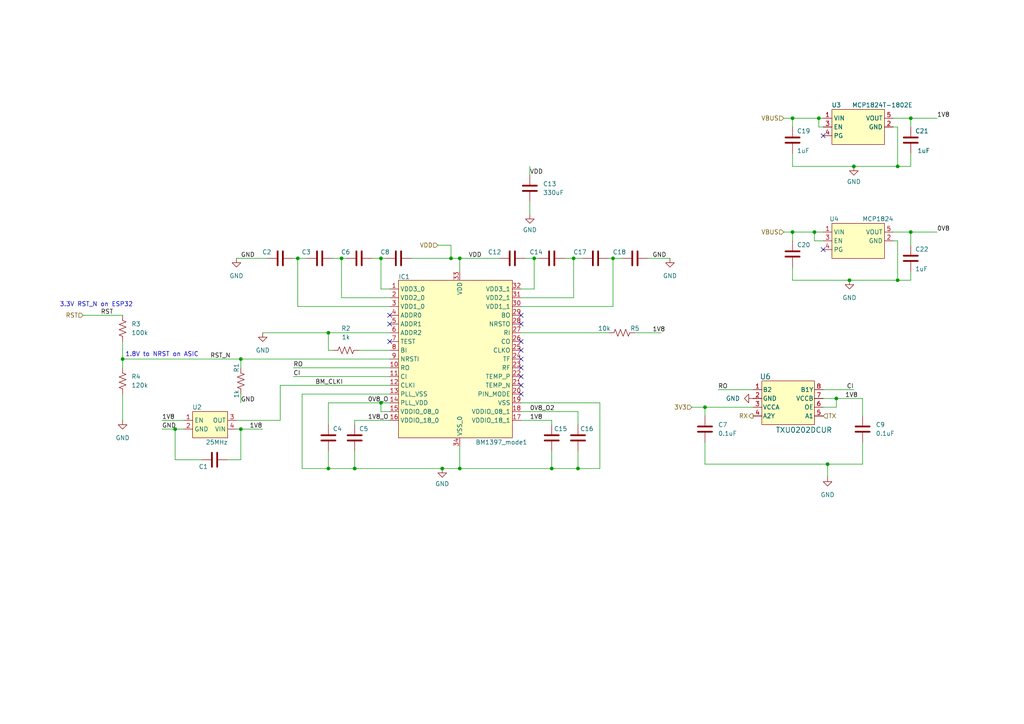
<source format=kicad_sch>
(kicad_sch (version 20231120) (generator "eeschema") (generator_version "8.0")
  (paper "A4")
  (title_block (title "NerdNOS") (date "2024-04-05") (rev "1"))
  (lib_symbols
    (symbol "Device:C" (pin_numbers hide) (pin_names (offset 0.254))
      (property "Reference" "C" (at 0.635 2.54 0))
      (property "Value" "C" (at 0.635 -2.54 0))
      (symbol "C_0_1"
        (polyline (pts (xy -2.032 -0.762) (xy 2.032 -0.762)) (stroke (width 0.508)))
        (polyline (pts (xy -2.032 0.762) (xy 2.032 0.762)) (stroke (width 0.508)))
      )
      (symbol "C_1_1"
        (pin passive line (at 0 3.81 270) (length 2.794) (name "~") (number "1"))
        (pin passive line (at 0 -3.81 90) (length 2.794) (name "~") (number "2"))
      )
    )
    (symbol "Device:R_US" (pin_numbers hide) (pin_names (offset 0))
      (property "Reference" "R" (at 2.54 0 90))
      (property "Value" "R_US" (at -2.54 0 90))
      (symbol "R_US_0_1"
        (polyline (pts (xy 0 -2.286) (xy 0 -2.54)))
        (polyline (pts (xy 0 2.286) (xy 0 2.54)))
        (polyline (pts (xy 0 -0.762) (xy 1.016 -1.143) (xy 0 -1.524) (xy -1.016 -1.905) (xy 0 -2.286)))
        (polyline (pts (xy 0 0.762) (xy 1.016 0.381) (xy 0 0) (xy -1.016 -0.381) (xy 0 -0.762)))
        (polyline (pts (xy 0 2.286) (xy 1.016 1.905) (xy 0 1.524) (xy -1.016 1.143) (xy 0 0.762)))
      )
      (symbol "R_US_1_1"
        (pin passive line (at 0 3.81 270) (length 1.27) (name "~") (number "1"))
        (pin passive line (at 0 -3.81 90) (length 1.27) (name "~") (number "2"))
      )
    )
    (symbol "GND_1" (power) (pin_numbers hide) (pin_names (offset 0) hide)
      (property "Value" "GND" (at 0 -3.81 0))
      (symbol "GND_1_0_1"
        (polyline (pts (xy 0 0) (xy 0 -1.27) (xy 1.27 -1.27) (xy 0 -2.54) (xy -1.27 -1.27) (xy 0 -1.27)))
      )
      (symbol "GND_1_1_1"
        (pin power_in line (at 0 0 270) (length 0) (name "~") (number "1"))
      )
    )
    (symbol "GND_2" (power) (pin_numbers hide) (pin_names (offset 0) hide)
      (property "Value" "GND" (at 0 -3.81 0))
      (symbol "GND_2_0_1"
        (polyline (pts (xy 0 0) (xy 0 -1.27) (xy 1.27 -1.27) (xy 0 -2.54) (xy -1.27 -1.27) (xy 0 -1.27)))
      )
      (symbol "GND_2_1_1"
        (pin power_in line (at 0 0 270) (length 0) (name "~") (number "1"))
      )
    )
    (symbol "GND_3" (power) (pin_numbers hide) (pin_names (offset 0) hide)
      (property "Value" "GND" (at 0 -3.81 0))
      (symbol "GND_3_0_1"
        (polyline (pts (xy 0 0) (xy 0 -1.27) (xy 1.27 -1.27) (xy 0 -2.54) (xy -1.27 -1.27) (xy 0 -1.27)))
      )
      (symbol "GND_3_1_1"
        (pin power_in line (at 0 0 270) (length 0) (name "~") (number "1"))
      )
    )
    (symbol "GND_4" (power) (pin_numbers hide) (pin_names (offset 0) hide)
      (property "Value" "GND" (at 0 -3.81 0))
      (symbol "GND_4_0_1"
        (polyline (pts (xy 0 0) (xy 0 -1.27) (xy 1.27 -1.27) (xy 0 -2.54) (xy -1.27 -1.27) (xy 0 -1.27)))
      )
      (symbol "GND_4_1_1"
        (pin power_in line (at 0 0 270) (length 0) (name "~") (number "1"))
      )
    )
    (symbol "GND_5" (power) (pin_numbers hide) (pin_names (offset 0) hide)
      (property "Value" "GND" (at 0 -3.81 0))
      (symbol "GND_5_0_1"
        (polyline (pts (xy 0 0) (xy 0 -1.27) (xy 1.27 -1.27) (xy 0 -2.54) (xy -1.27 -1.27) (xy 0 -1.27)))
      )
      (symbol "GND_5_1_1"
        (pin power_in line (at 0 0 270) (length 0) (name "~") (number "1"))
      )
    )
    (symbol "GND_6" (power) (pin_numbers hide) (pin_names (offset 0) hide)
      (property "Value" "GND" (at 0 -3.81 0))
      (symbol "GND_6_0_1"
        (polyline (pts (xy 0 0) (xy 0 -1.27) (xy 1.27 -1.27) (xy 0 -2.54) (xy -1.27 -1.27) (xy 0 -1.27)))
      )
      (symbol "GND_6_1_1"
        (pin power_in line (at 0 0 270) (length 0) (name "~") (number "1"))
      )
    )
    (symbol "bitaxe:BM1397_mode1"
      (property "Reference" "IC" (at -17.78 17.78 0))
      (property "Value" "BM1397_mode1" (at -17.78 -30.48 0))
      (symbol "BM1397_mode1_1_0"
        (pin bidirectional line (at -20.32 15.24 0) (length 2.54) (name "VDD3_0") (number "1"))
        (pin bidirectional line (at -20.32 -7.62 0) (length 2.54) (name "RO") (number "10"))
        (pin bidirectional line (at -20.32 -10.16 0) (length 2.54) (name "CI") (number "11"))
        (pin bidirectional line (at -20.32 -12.7 0) (length 2.54) (name "CLKI") (number "12"))
        (pin bidirectional line (at -20.32 -15.24 0) (length 2.54) (name "PLL_VSS") (number "13"))
        (pin bidirectional line (at -20.32 -17.78 0) (length 2.54) (name "PLL_VDD") (number "14"))
        (pin bidirectional line (at -20.32 -20.32 0) (length 2.54) (name "VDDIO_08_0") (number "15"))
        (pin bidirectional line (at -20.32 -22.86 0) (length 2.54) (name "VDDIO_18_0") (number "16"))
        (pin bidirectional line (at 17.78 -22.86 180) (length 2.54) (name "VDDIO_18_1") (number "17"))
        (pin bidirectional line (at 17.78 -20.32 180) (length 2.54) (name "VDDIO_08_1") (number "18"))
        (pin bidirectional line (at 17.78 -17.78 180) (length 2.54) (name "VSS") (number "19"))
        (pin bidirectional line (at -20.32 12.7 0) (length 2.54) (name "VDD2_0") (number "2"))
        (pin bidirectional line (at 17.78 -15.24 180) (length 2.54) (name "PIN_MODE") (number "20"))
        (pin bidirectional line (at 17.78 -12.7 180) (length 2.54) (name "TEMP_N") (number "21"))
        (pin bidirectional line (at 17.78 -10.16 180) (length 2.54) (name "TEMP_P") (number "22"))
        (pin bidirectional line (at 17.78 -7.62 180) (length 2.54) (name "RF") (number "23"))
        (pin bidirectional line (at 17.78 -5.08 180) (length 2.54) (name "TF") (number "24"))
        (pin bidirectional line (at 17.78 -2.54 180) (length 2.54) (name "CLKO") (number "25"))
        (pin bidirectional line (at 17.78 0 180) (length 2.54) (name "CO") (number "26"))
        (pin bidirectional line (at 17.78 2.54 180) (length 2.54) (name "RI") (number "27"))
        (pin bidirectional line (at 17.78 5.08 180) (length 2.54) (name "NRSTO") (number "28"))
        (pin bidirectional line (at 17.78 7.62 180) (length 2.54) (name "BO") (number "29"))
        (pin bidirectional line (at -20.32 10.16 0) (length 2.54) (name "VDD1_0") (number "3"))
        (pin bidirectional line (at 17.78 10.16 180) (length 2.54) (name "VDD1_1") (number "30"))
        (pin bidirectional line (at 17.78 12.7 180) (length 2.54) (name "VDD2_1") (number "31"))
        (pin bidirectional line (at 17.78 15.24 180) (length 2.54) (name "VDD3_1") (number "32"))
        (pin bidirectional line (at 0 20.32 270) (length 2.54) (name "VDD") (number "33"))
        (pin bidirectional line (at 0 -30.48 90) (length 2.54) (name "VSS_0") (number "34"))
        (pin bidirectional line (at -20.32 7.62 0) (length 2.54) (name "ADDR0") (number "4"))
        (pin bidirectional line (at -20.32 5.08 0) (length 2.54) (name "ADDR1") (number "5"))
        (pin bidirectional line (at -20.32 2.54 0) (length 2.54) (name "ADDR2") (number "6"))
        (pin bidirectional line (at -20.32 0 0) (length 2.54) (name "TEST") (number "7"))
        (pin bidirectional line (at -20.32 -2.54 0) (length 2.54) (name "BI") (number "8"))
        (pin bidirectional line (at -20.32 -5.08 0) (length 2.54) (name "NRSTI") (number "9"))
      )
      (symbol "BM1397_mode1_1_1"
        (rectangle (start -17.78 17.78) (end 15.24 -27.94) (stroke (width 0.1524)) (fill (type background)))
      )
    )
    (symbol "bitaxe:MCP1824"
      (property "Reference" "U" (at -7.62 5.08 0))
      (property "Value" "MCP1824" (at 5.08 5.08 0))
      (symbol "MCP1824_0_1"
        (rectangle (start -7.62 3.81) (end 7.62 -6.35) (stroke (width 0.1524)) (fill (type background)))
      )
      (symbol "MCP1824_1_0"
        (pin bidirectional line (at -10.16 1.27 0) (length 2.54) (name "VIN") (number "1"))
        (pin bidirectional line (at 10.16 -1.27 180) (length 2.54) (name "GND") (number "2"))
        (pin bidirectional line (at -10.16 -1.27 0) (length 2.54) (name "EN") (number "3"))
        (pin bidirectional line (at -10.16 -3.81 0) (length 2.54) (name "PG") (number "4"))
        (pin power_out line (at 10.16 1.27 180) (length 2.54) (name "VOUT") (number "5"))
      )
    )
    (symbol "bitaxe:TXU0202DCUR" (pin_names (offset 0.254))
      (property "Reference" "U6" (at -6.604 7.62 0))
      (property "Value" "TXU0202DCUR" (at 7.62 -8.128 0))
      (symbol "TXU0202DCUR_0_1"
        (pin power_out line (at -10.16 1.27 0) (length 2.54) (name "GND") (number "2"))
        (pin power_in line (at -10.16 -1.27 0) (length 2.54) (name "VCCA") (number "3"))
        (pin output line (at -10.16 -3.81 0) (length 2.54) (name "A2Y") (number "4"))
        (pin input line (at 10.16 -3.81 180) (length 2.54) (name "A1") (number "5"))
        (pin input line (at 10.16 -1.27 180) (length 2.54) (name "OE") (number "6"))
        (pin power_in line (at 10.16 1.27 180) (length 2.54) (name "VCCB") (number "7"))
        (pin output line (at 10.16 3.81 180) (length 2.54) (name "B1Y") (number "8"))
      )
      (symbol "TXU0202DCUR_1_1"
        (rectangle (start -7.62 6.35) (end 7.62 -6.35) (fill (type background)))
        (pin input line (at -10.16 3.81 0) (length 2.54) (name "B2") (number "1"))
      )
    )
    (symbol "bitaxe:oscillator"
      (property "Reference" "U" (at -3.81 5.08 0))
      (property "Value" "oscillator" (at 0 -5.08 0))
      (symbol "oscillator_0_1"
        (rectangle (start -5.08 3.81) (end 5.08 -3.81) (stroke (width 0.1524)) (fill (type background)))
      )
      (symbol "oscillator_1_0"
        (pin input line (at -7.62 1.27 0) (length 2.54) (name "EN") (number "1"))
        (pin bidirectional line (at -7.62 -1.27 0) (length 2.54) (name "GND") (number "2"))
        (pin bidirectional line (at 7.62 1.27 180) (length 2.54) (name "OUT") (number "3"))
        (pin power_in line (at 7.62 -1.27 180) (length 2.54) (name "VIN") (number "4"))
      )
    )
    (symbol "power:GND" (power) (pin_names (offset 0))
      (property "Value" "GND" (at 0 -3.81 0))
      (symbol "GND_0_1"
        (polyline (pts (xy 0 0) (xy 0 -1.27) (xy 1.27 -1.27) (xy 0 -2.54) (xy -1.27 -1.27) (xy 0 -1.27)))
      )
      (symbol "GND_1_1"
        (pin power_in line (at 0 0 270) (length 0) hide (name "GND") (number "1"))
      )
    )
  )
  (junction (at 240.03 134.62))
  (junction (at 260.35 48.26) (diameter 0.9144))
  (junction (at 229.87 67.31) (diameter 0.9144))
  (junction (at 242.57 115.57))
  (junction (at 237.49 34.29))
  (junction (at 95.25 135.89))
  (junction (at 229.87 34.29) (diameter 0.9144))
  (junction (at 160.02 135.89))
  (junction (at 130.81 74.93))
  (junction (at 50.8 124.46))
  (junction (at 204.47 118.11))
  (junction (at 167.64 135.89))
  (junction (at 128.27 135.89))
  (junction (at 102.87 135.89))
  (junction (at 236.22 67.31))
  (junction (at 247.65 48.26))
  (junction (at 264.16 67.31) (diameter 0.9144))
  (junction (at 99.06 74.93))
  (junction (at 154.94 74.93))
  (junction (at 35.56 104.14))
  (junction (at 166.37 74.93))
  (junction (at 95.25 96.52))
  (junction (at 264.16 34.29) (diameter 0.9144))
  (junction (at 86.36 74.93))
  (junction (at 177.8 74.93))
  (junction (at 246.38 81.28))
  (junction (at 110.49 116.84))
  (junction (at 133.35 135.89))
  (junction (at 69.85 124.46))
  (junction (at 133.35 74.93))
  (junction (at 260.35 81.28) (diameter 0.9144))
  (junction (at 69.85 104.14))
  (junction (at 110.49 74.93))
  (no_connect (at 113.03 99.06))
  (no_connect (at 151.13 111.76))
  (no_connect (at 151.13 114.3))
  (no_connect (at 151.13 101.6))
  (no_connect (at 151.13 109.22))
  (no_connect (at 151.13 104.14))
  (no_connect (at 238.76 39.37))
  (no_connect (at 113.03 93.98))
  (no_connect (at 151.13 106.68))
  (no_connect (at 151.13 99.06))
  (no_connect (at 151.13 91.44))
  (no_connect (at 151.13 93.98))
  (no_connect (at 113.03 91.44))
  (no_connect (at 238.76 72.39))
  (wire (pts (xy 133.35 135.89) (xy 133.35 129.54)))
  (wire (pts (xy 110.49 74.93) (xy 110.49 83.82)))
  (wire (pts (xy 35.56 104.14) (xy 69.85 104.14)))
  (wire (pts (xy 107.95 74.93) (xy 110.49 74.93)))
  (wire (pts (xy 69.85 124.46) (xy 76.2 124.46)))
  (wire (pts (xy 102.87 130.81) (xy 102.87 135.89)))
  (wire (pts (xy 68.58 124.46) (xy 69.85 124.46)))
  (wire (pts (xy 187.96 74.93) (xy 194.31 74.93)))
  (wire (pts (xy 154.94 74.93) (xy 156.21 74.93)))
  (wire (pts (xy 240.03 134.62) (xy 250.19 134.62)))
  (wire (pts (xy 76.2 96.52) (xy 95.25 96.52)))
  (wire (pts (xy 166.37 86.36) (xy 166.37 74.93)))
  (wire (pts (xy 153.67 58.42) (xy 153.67 62.23)))
  (wire (pts (xy 236.22 69.85) (xy 238.76 69.85)))
  (wire (pts (xy 184.15 96.52) (xy 191.77 96.52)))
  (wire (pts (xy 160.02 130.81) (xy 160.02 135.89)))
  (wire (pts (xy 86.36 88.9) (xy 86.36 74.93)))
  (wire (pts (xy 173.99 116.84) (xy 151.13 116.84)))
  (wire (pts (xy 260.35 81.28) (xy 246.38 81.28)))
  (wire (pts (xy 110.49 119.38) (xy 110.49 116.84)))
  (wire (pts (xy 35.56 104.14) (xy 35.56 106.68)))
  (wire (pts (xy 238.76 118.11) (xy 242.57 118.11)))
  (wire (pts (xy 68.58 121.92) (xy 81.28 121.92)))
  (wire (pts (xy 264.16 34.29) (xy 271.78 34.29)))
  (wire (pts (xy 260.35 69.85) (xy 259.08 69.85)))
  (wire (pts (xy 229.87 48.26) (xy 247.65 48.26)))
  (wire (pts (xy 35.56 114.3) (xy 35.56 121.92)))
  (wire (pts (xy 264.16 44.45) (xy 264.16 48.26)))
  (wire (pts (xy 95.25 130.81) (xy 95.25 135.89)))
  (wire (pts (xy 152.4 74.93) (xy 154.94 74.93)))
  (wire (pts (xy 236.22 69.85) (xy 236.22 67.31)))
  (wire (pts (xy 81.28 111.76) (xy 81.28 121.92)))
  (wire (pts (xy 50.8 133.35) (xy 50.8 124.46)))
  (wire (pts (xy 127 71.12) (xy 130.81 71.12)))
  (wire (pts (xy 227.33 67.31) (xy 229.87 67.31)))
  (wire (pts (xy 46.99 124.46) (xy 50.8 124.46)))
  (wire (pts (xy 167.64 119.38) (xy 167.64 123.19)))
  (wire (pts (xy 95.25 135.89) (xy 102.87 135.89)))
  (wire (pts (xy 238.76 115.57) (xy 242.57 115.57)))
  (wire (pts (xy 229.87 44.45) (xy 229.87 48.26)))
  (wire (pts (xy 238.76 113.03) (xy 247.65 113.03)))
  (wire (pts (xy 87.63 114.3) (xy 87.63 135.89)))
  (wire (pts (xy 229.87 34.29) (xy 229.87 36.83)))
  (wire (pts (xy 236.22 67.31) (xy 238.76 67.31)))
  (wire (pts (xy 250.19 134.62) (xy 250.19 128.27)))
  (wire (pts (xy 151.13 119.38) (xy 167.64 119.38)))
  (wire (pts (xy 95.25 116.84) (xy 110.49 116.84)))
  (wire (pts (xy 237.49 36.83) (xy 237.49 34.29)))
  (wire (pts (xy 242.57 115.57) (xy 250.19 115.57)))
  (wire (pts (xy 119.38 74.93) (xy 130.81 74.93)))
  (wire (pts (xy 229.87 34.29) (xy 237.49 34.29)))
  (wire (pts (xy 68.58 74.93) (xy 77.47 74.93)))
  (wire (pts (xy 204.47 134.62) (xy 204.47 128.27)))
  (wire (pts (xy 85.09 109.22) (xy 113.03 109.22)))
  (wire (pts (xy 259.08 67.31) (xy 264.16 67.31)))
  (wire (pts (xy 113.03 83.82) (xy 110.49 83.82)))
  (wire (pts (xy 229.87 67.31) (xy 229.87 69.85)))
  (wire (pts (xy 86.36 74.93) (xy 88.9 74.93)))
  (wire (pts (xy 128.27 135.89) (xy 133.35 135.89)))
  (wire (pts (xy 208.28 113.03) (xy 218.44 113.03)))
  (wire (pts (xy 259.08 34.29) (xy 264.16 34.29)))
  (wire (pts (xy 204.47 118.11) (xy 218.44 118.11)))
  (wire (pts (xy 166.37 74.93) (xy 168.91 74.93)))
  (wire (pts (xy 133.35 74.93) (xy 133.35 78.74)))
  (wire (pts (xy 173.99 135.89) (xy 173.99 116.84)))
  (wire (pts (xy 133.35 135.89) (xy 160.02 135.89)))
  (wire (pts (xy 66.04 133.35) (xy 69.85 133.35)))
  (wire (pts (xy 151.13 121.92) (xy 160.02 121.92)))
  (wire (pts (xy 242.57 118.11) (xy 242.57 115.57)))
  (wire (pts (xy 200.66 118.11) (xy 204.47 118.11)))
  (wire (pts (xy 153.67 50.8) (xy 153.67 48.26)))
  (wire (pts (xy 81.28 111.76) (xy 113.03 111.76)))
  (wire (pts (xy 250.19 115.57) (xy 250.19 120.65)))
  (wire (pts (xy 69.85 104.14) (xy 113.03 104.14)))
  (wire (pts (xy 46.99 121.92) (xy 53.34 121.92)))
  (wire (pts (xy 151.13 96.52) (xy 176.53 96.52)))
  (wire (pts (xy 95.25 123.19) (xy 95.25 116.84)))
  (wire (pts (xy 69.85 133.35) (xy 69.85 124.46)))
  (wire (pts (xy 163.83 74.93) (xy 166.37 74.93)))
  (wire (pts (xy 167.64 135.89) (xy 173.99 135.89)))
  (wire (pts (xy 264.16 48.26) (xy 260.35 48.26)))
  (wire (pts (xy 24.13 91.44) (xy 35.56 91.44)))
  (wire (pts (xy 130.81 71.12) (xy 130.81 74.93)))
  (wire (pts (xy 85.09 106.68) (xy 113.03 106.68)))
  (wire (pts (xy 237.49 34.29) (xy 238.76 34.29)))
  (wire (pts (xy 144.78 74.93) (xy 133.35 74.93)))
  (wire (pts (xy 264.16 67.31) (xy 264.16 71.12)))
  (wire (pts (xy 204.47 134.62) (xy 240.03 134.62)))
  (wire (pts (xy 176.53 74.93) (xy 177.8 74.93)))
  (wire (pts (xy 50.8 124.46) (xy 53.34 124.46)))
  (wire (pts (xy 102.87 135.89) (xy 128.27 135.89)))
  (wire (pts (xy 113.03 86.36) (xy 99.06 86.36)))
  (wire (pts (xy 113.03 119.38) (xy 110.49 119.38)))
  (wire (pts (xy 110.49 116.84) (xy 113.03 116.84)))
  (wire (pts (xy 260.35 36.83) (xy 260.35 48.26)))
  (wire (pts (xy 160.02 135.89) (xy 167.64 135.89)))
  (wire (pts (xy 104.14 101.6) (xy 113.03 101.6)))
  (wire (pts (xy 229.87 67.31) (xy 236.22 67.31)))
  (wire (pts (xy 95.25 96.52) (xy 113.03 96.52)))
  (wire (pts (xy 69.85 114.3) (xy 69.85 116.84)))
  (wire (pts (xy 35.56 99.06) (xy 35.56 104.14)))
  (wire (pts (xy 167.64 130.81) (xy 167.64 135.89)))
  (wire (pts (xy 102.87 123.19) (xy 102.87 121.92)))
  (wire (pts (xy 96.52 101.6) (xy 95.25 101.6)))
  (wire (pts (xy 102.87 121.92) (xy 113.03 121.92)))
  (wire (pts (xy 95.25 101.6) (xy 95.25 96.52)))
  (wire (pts (xy 260.35 36.83) (xy 259.08 36.83)))
  (wire (pts (xy 87.63 135.89) (xy 95.25 135.89)))
  (wire (pts (xy 58.42 133.35) (xy 50.8 133.35)))
  (wire (pts (xy 264.16 34.29) (xy 264.16 36.83)))
  (wire (pts (xy 87.63 114.3) (xy 113.03 114.3)))
  (wire (pts (xy 151.13 88.9) (xy 177.8 88.9)))
  (wire (pts (xy 204.47 118.11) (xy 204.47 120.65)))
  (wire (pts (xy 260.35 69.85) (xy 260.35 81.28)))
  (wire (pts (xy 110.49 74.93) (xy 111.76 74.93)))
  (wire (pts (xy 227.33 34.29) (xy 229.87 34.29)))
  (wire (pts (xy 85.09 74.93) (xy 86.36 74.93)))
  (wire (pts (xy 247.65 48.26) (xy 260.35 48.26)))
  (wire (pts (xy 113.03 88.9) (xy 86.36 88.9)))
  (wire (pts (xy 264.16 81.28) (xy 260.35 81.28)))
  (wire (pts (xy 229.87 77.47) (xy 229.87 81.28)))
  (wire (pts (xy 177.8 88.9) (xy 177.8 74.93)))
  (wire (pts (xy 130.81 74.93) (xy 133.35 74.93)))
  (wire (pts (xy 96.52 74.93) (xy 99.06 74.93)))
  (wire (pts (xy 99.06 86.36) (xy 99.06 74.93)))
  (wire (pts (xy 264.16 78.74) (xy 264.16 81.28)))
  (wire (pts (xy 160.02 121.92) (xy 160.02 123.19)))
  (wire (pts (xy 264.16 67.31) (xy 271.78 67.31)))
  (wire (pts (xy 99.06 74.93) (xy 100.33 74.93)))
  (wire (pts (xy 237.49 36.83) (xy 238.76 36.83)))
  (wire (pts (xy 240.03 134.62) (xy 240.03 138.43)))
  (wire (pts (xy 246.38 81.28) (xy 229.87 81.28)))
  (wire (pts (xy 154.94 83.82) (xy 154.94 74.93)))
  (wire (pts (xy 69.85 104.14) (xy 69.85 106.68)))
  (wire (pts (xy 151.13 86.36) (xy 166.37 86.36)))
  (wire (pts (xy 151.13 83.82) (xy 154.94 83.82)))
  (wire (pts (xy 177.8 74.93) (xy 180.34 74.93)))
  (text "3.3V RST_N on ESP32" (at 27.94 88.392 0) (effects (font (size 1.27 1.27))))
  (text "1.8V to NRST on ASIC" (at 46.99 102.87 0) (effects (font (size 1.27 1.27))))
  (label "1V8" (at 153.67 121.92 0))
  (label "0V8_O" (at 106.68 116.84 0))
  (label "VDD" (at 135.89 74.93 0))
  (label "RST" (at 29.21 91.44 0))
  (label "GND" (at 46.99 124.46 0))
  (label "GND" (at 189.23 74.93 0))
  (label "RST_N" (at 60.96 104.14 0))
  (label "1V8" (at 46.99 121.92 0))
  (label "CI" (at 247.65 113.03 180))
  (label "0V8_O2" (at 153.67 119.38 0))
  (label "1V8_O" (at 106.68 121.92 0))
  (label "BM_CLKI" (at 91.44 111.76 0))
  (label "0V8" (at 271.78 67.31 0))
  (label "GND" (at 69.85 74.93 0))
  (label "1V8" (at 189.23 96.52 0))
  (label "CI" (at 85.09 109.22 0))
  (label "1V8" (at 72.39 124.46 0))
  (label "1V8" (at 245.11 115.57 0))
  (label "GND" (at 69.85 116.84 0))
  (label "RO" (at 208.28 113.03 0))
  (label "RO" (at 85.09 106.68 0))
  (label "1V8" (at 271.78 34.29 0))
  (label "VDD" (at 153.67 50.8 0))
  (hierarchical_label "TX" (shape input) (at 238.76 120.65 0))
  (hierarchical_label "3V3" (shape input) (at 200.66 118.11 180))
  (hierarchical_label "RST" (shape input) (at 24.13 91.44 180))
  (hierarchical_label "RX" (shape output) (at 218.44 120.65 180))
  (hierarchical_label "VBUS" (shape input) (at 227.33 34.29 180))
  (hierarchical_label "VBUS" (shape input) (at 227.33 67.31 180))
  (hierarchical_label "VDD" (shape input) (at 127 71.12 180))
  (symbol (lib_id "Device:C") (at 160.02 74.93 90) (unit 1)
    (property "Reference" "C14" (at 157.48 72.39 90) (effects (justify left bottom)))
    (property "Value" "587-5514-1-ND" (effects (hide yes)))
    (property "Footprint" "Capacitor_SMD:C_0402_1005Metric" (effects (hide yes)))
    (property "DK" "587-5514-1-ND" (effects (hide yes)))
  )
  (symbol (lib_id "Device:R_US") (at 35.56 110.49 0) (unit 1)
    (property "Reference" "R4" (at 38.1 109.2199 0) (effects (justify left)))
    (property "Value" "120k" (at 38.1 111.7599 0) (effects (justify left)))
    (property "Footprint" "Resistor_SMD:R_0402_1005Metric" (effects (hide yes)))
    (property "Description" "Resistor, US symbol" (effects (hide yes)))
  )
  (symbol (lib_id "Device:R_US") (at 35.56 95.25 0) (unit 1)
    (property "Reference" "R3" (at 38.1 93.9799 0) (effects (justify left)))
    (property "Value" "100k" (at 38.1 96.5199 0) (effects (justify left)))
    (property "Footprint" "Resistor_SMD:R_0402_1005Metric" (effects (hide yes)))
    (property "Description" "Resistor, US symbol" (effects (hide yes)))
  )
  (symbol (lib_id "Device:C") (at 95.25 127 0) (unit 1)
    (property "Reference" "C4" (at 96.52 125.095 0) (effects (justify left bottom)))
    (property "Value" "587-5514-1-ND" (effects (hide yes)))
    (property "Footprint" "Capacitor_SMD:C_0402_1005Metric" (effects (hide yes)))
    (property "DK" "587-5514-1-ND" (effects (hide yes)))
  )
  (symbol (lib_id "power:GND") (at 247.65 48.26 0) (mirror y) (unit 1)
    (property "Reference" "#PWR012" (effects (hide yes)))
    (property "Value" "GND" (at 247.65 52.705 0))
  )
  (symbol (lib_id "Device:C") (at 167.64 127 0) (unit 1)
    (property "Reference" "C16" (at 168.275 125.095 0) (effects (justify left bottom)))
    (property "Value" "587-5514-1-ND" (effects (hide yes)))
    (property "Footprint" "Capacitor_SMD:C_0402_1005Metric" (effects (hide yes)))
    (property "DK" "587-5514-1-ND" (effects (hide yes)))
  )
  (symbol (lib_id "Device:C") (at 115.57 74.93 90) (unit 1)
    (property "Reference" "C8" (at 113.03 72.39 90) (effects (justify left bottom)))
    (property "Value" "587-5514-1-ND" (effects (hide yes)))
    (property "Footprint" "Capacitor_SMD:C_0402_1005Metric" (effects (hide yes)))
    (property "DK" "587-5514-1-ND" (effects (hide yes)))
  )
  (symbol (lib_id "Device:C") (at 264.16 74.93 0) (unit 1)
    (property "Reference" "C22" (at 265.43 73.025 0) (effects (justify left bottom)))
    (property "Value" "1uF" (at 265.43 78.74 0) (effects (justify left bottom)))
    (property "Footprint" "Capacitor_SMD:C_0402_1005Metric" (effects (hide yes)))
    (property "DK" "587-5514-1-ND" (effects (hide yes)))
  )
  (symbol (lib_name "GND_1") (lib_id "power:GND") (at 68.58 74.93 0) (unit 1)
    (property "Reference" "#PWR07" (effects (hide yes)))
    (property "Value" "GND" (at 68.58 80.01 0))
    (property "Description" "Power symbol creates a global label with name \"GND\" , ground" (effects (hide yes)))
  )
  (symbol (lib_id "Device:C") (at 104.14 74.93 90) (unit 1)
    (property "Reference" "C6" (at 101.6 72.39 90) (effects (justify left bottom)))
    (property "Value" "587-5514-1-ND" (effects (hide yes)))
    (property "Footprint" "Capacitor_SMD:C_0402_1005Metric" (effects (hide yes)))
    (property "DK" "587-5514-1-ND" (effects (hide yes)))
  )
  (symbol (lib_id "power:GND") (at 128.27 135.89 0) (mirror y) (unit 1)
    (property "Reference" "#PWR02" (effects (hide yes)))
    (property "Value" "GND" (at 128.27 140.335 0))
  )
  (symbol (lib_id "Device:C") (at 229.87 40.64 0) (unit 1)
    (property "Reference" "C19" (at 231.14 38.735 0) (effects (justify left bottom)))
    (property "Value" "1uF" (at 231.14 44.45 0) (effects (justify left bottom)))
    (property "Footprint" "Capacitor_SMD:C_0402_1005Metric" (effects (hide yes)))
    (property "DK" "587-5514-1-ND" (effects (hide yes)))
    (property "PARTNO" "EMK105BJ105MV-F" (effects (hide yes)))
  )
  (symbol (lib_id "bitaxe:BM1397_mode1") (at 133.35 99.06 0) (unit 1)
    (property "Reference" "IC1" (at 115.57 80.264 0) (effects (justify left)))
    (property "Value" "BM1397_mode1" (at 137.922 128.27 0) (effects (justify left)))
    (property "Footprint" "bitaxe:BM1397" (effects (hide yes)))
    (property "DNP" "T" (effects (hide yes)))
  )
  (symbol (lib_name "GND_2") (lib_id "power:GND") (at 194.31 74.93 0) (unit 1)
    (property "Reference" "#PWR08" (effects (hide yes)))
    (property "Value" "GND" (at 194.31 80.01 0))
    (property "Description" "Power symbol creates a global label with name \"GND\" , ground" (effects (hide yes)))
  )
  (symbol (lib_id "bitaxe:MCP1824") (at 248.92 35.56 0) (unit 1)
    (property "Reference" "U3" (at 242.57 30.48 0))
    (property "Value" "MCP1824T-1802E" (at 255.905 30.48 0))
    (property "Footprint" "Package_TO_SOT_SMD:SOT-23-5" (effects (hide yes)))
    (property "Datasheet" "https://ww1.microchip.com/downloads/en/DeviceDoc/22070a.pdf" (effects (hide yes)))
    (property "PARTNO" "MCP1824T-1802E/OT" (effects (hide yes)))
    (property "DK" "MCP1824T-1802E/OTCT-ND" (effects (hide yes)))
  )
  (symbol (lib_id "Device:C") (at 81.28 74.93 90) (unit 1)
    (property "Reference" "C2" (at 78.74 72.39 90) (effects (justify left bottom)))
    (property "Value" "587-5514-1-ND" (effects (hide yes)))
    (property "Footprint" "Capacitor_SMD:C_0402_1005Metric" (effects (hide yes)))
    (property "DK" "587-5514-1-ND" (effects (hide yes)))
  )
  (symbol (lib_id "Device:C") (at 92.71 74.93 90) (unit 1)
    (property "Reference" "C3" (at 90.17 72.39 90) (effects (justify left bottom)))
    (property "Value" "587-5514-1-ND" (effects (hide yes)))
    (property "Footprint" "Capacitor_SMD:C_0402_1005Metric" (effects (hide yes)))
    (property "DK" "587-5514-1-ND" (effects (hide yes)))
  )
  (symbol (lib_id "Device:C") (at 264.16 40.64 0) (unit 1)
    (property "Reference" "C21" (at 265.43 38.735 0) (effects (justify left bottom)))
    (property "Value" "1uF" (at 266.065 44.45 0) (effects (justify left bottom)))
    (property "Footprint" "Capacitor_SMD:C_0402_1005Metric" (effects (hide yes)))
    (property "DK" "587-5514-1-ND" (effects (hide yes)))
    (property "PARTNO" "EMK105BJ105MV-F" (effects (hide yes)))
  )
  (symbol (lib_id "Device:C") (at 102.87 127 0) (unit 1)
    (property "Reference" "C5" (at 104.14 125.095 0) (effects (justify left bottom)))
    (property "Value" "587-5514-1-ND" (effects (hide yes)))
    (property "Footprint" "Capacitor_SMD:C_0402_1005Metric" (effects (hide yes)))
    (property "DK" "587-5514-1-ND" (effects (hide yes)))
  )
  (symbol (lib_id "Device:C") (at 172.72 74.93 90) (unit 1)
    (property "Reference" "C17" (at 170.18 72.39 90) (effects (justify left bottom)))
    (property "Value" "587-5514-1-ND" (effects (hide yes)))
    (property "Footprint" "Capacitor_SMD:C_0402_1005Metric" (effects (hide yes)))
    (property "DK" "587-5514-1-ND" (effects (hide yes)))
  )
  (symbol (lib_id "bitaxe:MCP1824") (at 248.92 68.58 0) (unit 1)
    (property "Reference" "U4" (at 241.935 63.5 0))
    (property "Value" "MCP1824" (at 254.635 63.5 0))
    (property "Footprint" "Package_TO_SOT_SMD:SOT-23-5" (effects (hide yes)))
    (property "Datasheet" "https://ww1.microchip.com/downloads/en/DeviceDoc/22070a.pdf" (effects (hide yes)))
    (property "PARTNO" "MCP1824T-0802E/OT" (effects (hide yes)))
    (property "DK" "MCP1824T-0802E/OTCT-ND" (effects (hide yes)))
  )
  (symbol (lib_name "GND_1") (lib_id "power:GND") (at 76.2 96.52 0) (unit 1)
    (property "Reference" "#PWR05" (effects (hide yes)))
    (property "Value" "GND" (at 76.2 101.6 0))
    (property "Description" "Power symbol creates a global label with name \"GND\" , ground" (effects (hide yes)))
  )
  (symbol (lib_id "Device:R_US") (at 69.85 110.49 180) (unit 1)
    (property "Reference" "R1" (at 68.58 106.68 90))
    (property "Value" "1k" (at 68.58 114.3 90))
    (property "Footprint" "Resistor_SMD:R_0402_1005Metric" (effects (hide yes)))
    (property "DK" "YAG2306CT-ND" (effects (hide yes)))
  )
  (symbol (lib_id "Device:C") (at 229.87 73.66 0) (unit 1)
    (property "Reference" "C20" (at 231.14 71.755 0) (effects (justify left bottom)))
    (property "Value" "311-3342-1-ND" (effects (hide yes)))
    (property "Footprint" "Capacitor_SMD:C_0402_1005Metric" (effects (hide yes)))
    (property "DK" "1292-1639-1-ND" (effects (hide yes)))
  )
  (symbol (lib_id "Device:C") (at 148.59 74.93 90) (unit 1)
    (property "Reference" "C12" (at 145.415 72.39 90) (effects (justify left bottom)))
    (property "Value" "587-5514-1-ND" (effects (hide yes)))
    (property "Footprint" "Capacitor_SMD:C_0402_1005Metric" (effects (hide yes)))
    (property "DK" "587-5514-1-ND" (effects (hide yes)))
  )
  (symbol (lib_id "Device:C") (at 62.23 133.35 90) (unit 1)
    (property "Reference" "C1" (at 60.325 134.62 90) (effects (justify left bottom)))
    (property "Value" "311-3342-1-ND" (effects (hide yes)))
    (property "Footprint" "Capacitor_SMD:C_0402_1005Metric" (effects (hide yes)))
    (property "DK" "1292-1639-1-ND" (effects (hide yes)))
  )
  (symbol (lib_name "GND_3") (lib_id "power:GND") (at 35.56 121.92 0) (unit 1)
    (property "Reference" "#PWR03" (effects (hide yes)))
    (property "Value" "GND" (at 35.56 127 0))
    (property "Description" "Power symbol creates a global label with name \"GND\" , ground" (effects (hide yes)))
  )
  (symbol (lib_id "bitaxe:TXU0202DCUR") (at 228.6 116.84 0) (unit 1)
    (property "Reference" "U6" (at 221.996 109.22 0) (effects (font (size 1.524 1.524))))
    (property "Value" "TXU0202DCUR" (at 233.172 124.714 0) (effects (font (size 1.524 1.524))))
    (property "Footprint" "SO8_DCU_TEX" (effects (hide yes)))
    (property "Datasheet" "TXU0202DCUR" (effects (hide yes)))
    (property "Description" "https://www.ti.com/lit/ds/symlink/txu0202.pdf" (effects (hide yes)))
    (property "DK" "296-TXU0202DCURCT-ND" (effects (hide yes)))
    (property "PARTNO" "TXU0202DCUR" (effects (hide yes)))
  )
  (symbol (lib_id "Device:R_US") (at 180.34 96.52 90) (unit 1)
    (property "Reference" "R5" (at 184.15 95.25 90))
    (property "Value" "10k" (at 175.26 95.25 90))
    (property "Footprint" "Resistor_SMD:R_0402_1005Metric" (effects (hide yes)))
    (property "DK" "311-10KJRCT-ND" (effects (hide yes)))
  )
  (symbol (lib_id "Device:C") (at 160.02 127 0) (unit 1)
    (property "Reference" "C15" (at 160.655 125.095 0) (effects (justify left bottom)))
    (property "Value" "587-5514-1-ND" (effects (hide yes)))
    (property "Footprint" "Capacitor_SMD:C_0402_1005Metric" (effects (hide yes)))
    (property "DK" "587-5514-1-ND" (effects (hide yes)))
  )
  (symbol (lib_id "Device:C") (at 153.67 54.61 0) (unit 1)
    (property "Reference" "C13" (at 157.48 53.3399 0) (effects (justify left)))
    (property "Value" "330uF" (at 157.48 55.8799 0) (effects (justify left)))
    (property "Footprint" "Capacitor_SMD:C_1210_3225Metric" (effects (hide yes)))
    (property "Description" "Unpolarized capacitor" (effects (hide yes)))
    (property "DK" "490-GRM32ER60G337ME05KCT-ND" (effects (hide yes)))
    (property "PARTNO" "GRM32ER60G337ME05K" (effects (hide yes)))
  )
  (symbol (lib_id "Device:C") (at 184.15 74.93 90) (unit 1)
    (property "Reference" "C18" (at 181.61 72.39 90) (effects (justify left bottom)))
    (property "Value" "587-5514-1-ND" (effects (hide yes)))
    (property "Footprint" "Capacitor_SMD:C_0402_1005Metric" (effects (hide yes)))
    (property "DK" "587-5514-1-ND" (effects (hide yes)))
  )
  (symbol (lib_id "bitaxe:oscillator") (at 60.96 123.19 0) (unit 1)
    (property "Reference" "U2" (at 57.15 118.11 0))
    (property "Value" "25MHz" (at 62.865 128.27 0))
    (property "Footprint" "bitaxe:O 25,0-JO32-B-1V3-1-T1-LF" (effects (hide yes)))
    (property "Datasheet" "https://www.jauch.com/downloadfile/5ef1edcfb8e2f73163c8ce8009ef659d1/jo32-1.8-3.3v.pdf" (effects (hide yes)))
    (property "DK" "1908-O250-JO32-B-1V3-1-T1-LFCT-ND" (effects (hide yes)))
    (property "PARTNO" "O 25,0-JO32-B-1V3-1-T1-LF" (effects (hide yes)))
  )
  (symbol (lib_name "GND_6") (lib_id "power:GND") (at 240.03 138.43 0) (unit 1)
    (property "Reference" "#PWR015" (effects (hide yes)))
    (property "Value" "GND" (at 240.03 143.51 0))
    (property "Description" "Power symbol creates a global label with name \"GND\" , ground" (effects (hide yes)))
  )
  (symbol (lib_id "Device:R_US") (at 100.33 101.6 90) (unit 1)
    (property "Reference" "R2" (at 100.33 95.25 90))
    (property "Value" "1k" (at 100.33 97.79 90))
    (property "Footprint" "Resistor_SMD:R_0402_1005Metric" (effects (hide yes)))
    (property "Description" "Resistor, US symbol" (effects (hide yes)))
  )
  (symbol (lib_id "Device:C") (at 250.19 124.46 0) (unit 1)
    (property "Reference" "C9" (at 254 123.1899 0) (effects (justify left)))
    (property "Value" "0.1uF" (at 254 125.7299 0) (effects (justify left)))
    (property "Footprint" "Capacitor_SMD:C_0402_1005Metric" (effects (hide yes)))
    (property "Description" "Unpolarized capacitor" (effects (hide yes)))
  )
  (symbol (lib_name "GND_5") (lib_id "power:GND") (at 246.38 81.28 0) (unit 1)
    (property "Reference" "#PWR013" (effects (hide yes)))
    (property "Value" "GND" (at 246.38 86.36 0))
    (property "Description" "Power symbol creates a global label with name \"GND\" , ground" (effects (hide yes)))
  )
  (symbol (lib_id "power:GND") (at 153.67 62.23 0) (mirror y) (unit 1)
    (property "Reference" "#PWR01" (effects (hide yes)))
    (property "Value" "GND" (at 153.67 66.675 0))
  )
  (symbol (lib_name "GND_4") (lib_id "power:GND") (at 218.44 115.57 270) (unit 1)
    (property "Reference" "#PWR014" (effects (hide yes)))
    (property "Value" "GND" (at 214.63 115.5699 90) (effects (justify right)))
    (property "Description" "Power symbol creates a global label with name \"GND\" , ground" (effects (hide yes)))
  )
  (symbol (lib_id "Device:C") (at 204.47 124.46 180) (unit 1)
    (property "Reference" "C7" (at 208.28 123.1899 0) (effects (justify right)))
    (property "Value" "0.1uF" (at 208.28 125.7299 0) (effects (justify right)))
    (property "Footprint" "Capacitor_SMD:C_0402_1005Metric" (effects (hide yes)))
    (property "Description" "Unpolarized capacitor" (effects (hide yes)))
  )
)
</source>
